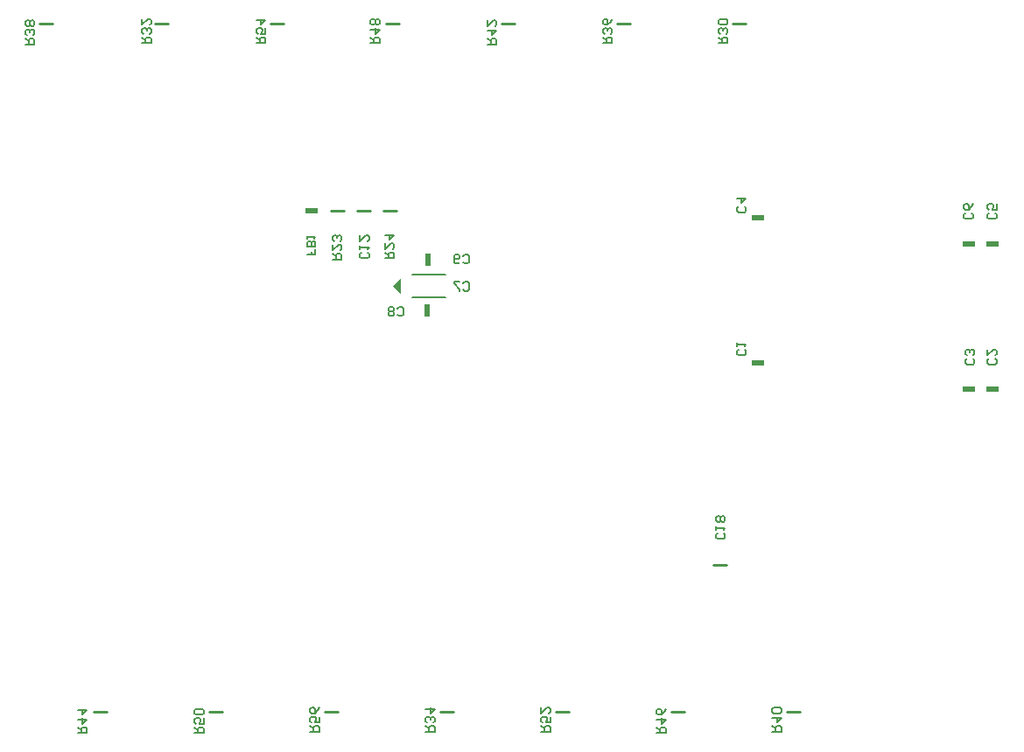
<source format=gbo>
%FSLAX23Y23*%
%MOIN*%
G70*
G01*
G75*
G04 Layer_Color=32896*
%ADD10R,0.060X0.056*%
%ADD11R,0.018X0.071*%
%ADD12R,0.071X0.018*%
%ADD13R,0.059X0.059*%
%ADD14R,0.063X0.026*%
%ADD15R,0.059X0.059*%
%ADD16R,0.039X0.118*%
%ADD17R,0.056X0.060*%
%ADD18R,0.081X0.024*%
%ADD19C,0.020*%
%ADD20C,0.015*%
%ADD21C,0.050*%
%ADD22C,0.040*%
%ADD23C,0.030*%
%ADD24R,0.055X0.165*%
%ADD25R,0.165X0.055*%
%ADD26R,0.150X0.050*%
%ADD27C,0.070*%
%ADD28R,0.070X0.070*%
%ADD29R,0.070X0.070*%
%ADD30C,0.100*%
%ADD31R,0.100X0.100*%
%ADD32C,0.295*%
%ADD33C,0.085*%
%ADD34C,0.050*%
%ADD35R,0.063X0.063*%
%ADD36C,0.100*%
%ADD37C,0.080*%
%ADD38C,0.010*%
%ADD39C,0.005*%
%ADD40C,0.008*%
%ADD41C,0.007*%
%ADD42R,0.020X0.050*%
%ADD43R,0.022X0.022*%
%ADD44R,0.018X0.022*%
%ADD45R,0.036X0.064*%
%ADD46R,0.080X0.065*%
%ADD47R,0.306X0.056*%
%ADD48R,0.050X0.020*%
%ADD49R,0.040X0.036*%
%ADD50R,0.039X0.039*%
%ADD51R,0.043X0.006*%
%ADD52R,0.039X0.039*%
%ADD53R,0.019X0.098*%
%ADD54R,0.036X0.040*%
%ADD55R,0.061X0.004*%
%ADD56R,0.050X0.050*%
%ADD57R,0.050X0.050*%
%ADD58C,0.080*%
%ADD59R,0.080X0.080*%
%ADD60C,0.275*%
%ADD61C,0.065*%
%ADD62C,0.030*%
%ADD63R,0.043X0.043*%
G36*
X9681Y7784D02*
X9650Y7815D01*
X9681Y7846D01*
Y7784D01*
D02*
G37*
D38*
X10870Y6750D02*
X10920D01*
X9615Y8100D02*
X9665D01*
X9515D02*
X9565D01*
X9415D02*
X9465D01*
X8510Y6190D02*
X8560D01*
X8950D02*
X9000D01*
X9390D02*
X9440D01*
X9830D02*
X9880D01*
X10270D02*
X10320D01*
X10710D02*
X10760D01*
X11150D02*
X11200D01*
X8305Y8815D02*
X8355D01*
X8745D02*
X8795D01*
X9185D02*
X9235D01*
X9625D02*
X9675D01*
X10065D02*
X10115D01*
X10505D02*
X10555D01*
X10945D02*
X10995D01*
D39*
X9723Y7772D02*
X9851D01*
X9723Y7858D02*
X9851D01*
D41*
X10909Y6873D02*
X10915Y6867D01*
Y6856D01*
X10909Y6850D01*
X10886D01*
X10880Y6856D01*
Y6867D01*
X10886Y6873D01*
X10880Y6885D02*
Y6897D01*
Y6891D01*
X10915D01*
X10909Y6885D01*
Y6914D02*
X10915Y6920D01*
Y6932D01*
X10909Y6937D01*
X10903D01*
X10897Y6932D01*
X10892Y6937D01*
X10886D01*
X10880Y6932D01*
Y6920D01*
X10886Y6914D01*
X10892D01*
X10897Y6920D01*
X10903Y6914D01*
X10909D01*
X10897Y6920D02*
Y6932D01*
X11854Y8093D02*
X11860Y8087D01*
Y8076D01*
X11854Y8070D01*
X11831D01*
X11825Y8076D01*
Y8087D01*
X11831Y8093D01*
X11860Y8128D02*
X11854Y8117D01*
X11842Y8105D01*
X11831D01*
X11825Y8111D01*
Y8122D01*
X11831Y8128D01*
X11837D01*
X11842Y8122D01*
Y8105D01*
X11944Y8093D02*
X11950Y8087D01*
Y8076D01*
X11944Y8070D01*
X11921D01*
X11915Y8076D01*
Y8087D01*
X11921Y8093D01*
X11950Y8128D02*
Y8105D01*
X11932D01*
X11938Y8117D01*
Y8122D01*
X11932Y8128D01*
X11921D01*
X11915Y8122D01*
Y8111D01*
X11921Y8105D01*
X11859Y7538D02*
X11865Y7532D01*
Y7521D01*
X11859Y7515D01*
X11836D01*
X11830Y7521D01*
Y7532D01*
X11836Y7538D01*
X11859Y7550D02*
X11865Y7556D01*
Y7567D01*
X11859Y7573D01*
X11853D01*
X11847Y7567D01*
Y7562D01*
Y7567D01*
X11842Y7573D01*
X11836D01*
X11830Y7567D01*
Y7556D01*
X11836Y7550D01*
X11944Y7538D02*
X11950Y7532D01*
Y7521D01*
X11944Y7515D01*
X11921D01*
X11915Y7521D01*
Y7532D01*
X11921Y7538D01*
X11915Y7573D02*
Y7550D01*
X11938Y7573D01*
X11944D01*
X11950Y7567D01*
Y7556D01*
X11944Y7550D01*
X10989Y7573D02*
X10995Y7567D01*
Y7556D01*
X10989Y7550D01*
X10966D01*
X10960Y7556D01*
Y7567D01*
X10966Y7573D01*
X10960Y7585D02*
Y7597D01*
Y7591D01*
X10995D01*
X10989Y7585D01*
Y8118D02*
X10995Y8112D01*
Y8101D01*
X10989Y8095D01*
X10966D01*
X10960Y8101D01*
Y8112D01*
X10966Y8118D01*
X10960Y8147D02*
X10995D01*
X10977Y8130D01*
Y8153D01*
X9667Y7729D02*
X9673Y7735D01*
X9684D01*
X9690Y7729D01*
Y7706D01*
X9684Y7700D01*
X9673D01*
X9667Y7706D01*
X9655Y7729D02*
X9649Y7735D01*
X9638D01*
X9632Y7729D01*
Y7723D01*
X9638Y7717D01*
X9632Y7712D01*
Y7706D01*
X9638Y7700D01*
X9649D01*
X9655Y7706D01*
Y7712D01*
X9649Y7717D01*
X9655Y7723D01*
Y7729D01*
X9649Y7717D02*
X9638D01*
X9917Y7824D02*
X9923Y7830D01*
X9934D01*
X9940Y7824D01*
Y7801D01*
X9934Y7795D01*
X9923D01*
X9917Y7801D01*
X9905Y7830D02*
X9882D01*
Y7824D01*
X9905Y7801D01*
Y7795D01*
X9917Y7929D02*
X9923Y7935D01*
X9934D01*
X9940Y7929D01*
Y7906D01*
X9934Y7900D01*
X9923D01*
X9917Y7906D01*
X9905D02*
X9899Y7900D01*
X9888D01*
X9882Y7906D01*
Y7929D01*
X9888Y7935D01*
X9899D01*
X9905Y7929D01*
Y7923D01*
X9899Y7917D01*
X9882D01*
X9620Y7920D02*
X9655D01*
Y7937D01*
X9649Y7943D01*
X9637D01*
X9632Y7937D01*
Y7920D01*
Y7932D02*
X9620Y7943D01*
Y7978D02*
Y7955D01*
X9643Y7978D01*
X9649D01*
X9655Y7972D01*
Y7961D01*
X9649Y7955D01*
X9620Y8007D02*
X9655D01*
X9637Y7990D01*
Y8013D01*
X9554Y7943D02*
X9560Y7937D01*
Y7926D01*
X9554Y7920D01*
X9531D01*
X9525Y7926D01*
Y7937D01*
X9531Y7943D01*
X9525Y7955D02*
Y7967D01*
Y7961D01*
X9560D01*
X9554Y7955D01*
X9525Y8007D02*
Y7984D01*
X9548Y8007D01*
X9554D01*
X9560Y8002D01*
Y7990D01*
X9554Y7984D01*
X9420Y7915D02*
X9455D01*
Y7932D01*
X9449Y7938D01*
X9437D01*
X9432Y7932D01*
Y7915D01*
Y7927D02*
X9420Y7938D01*
Y7973D02*
Y7950D01*
X9443Y7973D01*
X9449D01*
X9455Y7967D01*
Y7956D01*
X9449Y7950D01*
Y7985D02*
X9455Y7991D01*
Y8002D01*
X9449Y8008D01*
X9443D01*
X9437Y8002D01*
Y7997D01*
Y8002D01*
X9432Y8008D01*
X9426D01*
X9420Y8002D01*
Y7991D01*
X9426Y7985D01*
X9355Y7955D02*
Y7935D01*
X9340D01*
Y7945D01*
Y7935D01*
X9325D01*
X9355Y7965D02*
X9325D01*
Y7980D01*
X9330Y7985D01*
X9335D01*
X9340Y7980D01*
Y7965D01*
Y7980D01*
X9345Y7985D01*
X9350D01*
X9355Y7980D01*
Y7965D01*
X9325Y7995D02*
Y8005D01*
Y8000D01*
X9355D01*
X9350Y7995D01*
X8450Y6110D02*
X8485D01*
Y6127D01*
X8479Y6133D01*
X8467D01*
X8462Y6127D01*
Y6110D01*
Y6122D02*
X8450Y6133D01*
Y6162D02*
X8485D01*
X8467Y6145D01*
Y6168D01*
X8450Y6197D02*
X8485D01*
X8467Y6180D01*
Y6203D01*
X8895Y6110D02*
X8930D01*
Y6127D01*
X8924Y6133D01*
X8912D01*
X8907Y6127D01*
Y6110D01*
Y6122D02*
X8895Y6133D01*
X8930Y6168D02*
Y6145D01*
X8912D01*
X8918Y6157D01*
Y6162D01*
X8912Y6168D01*
X8901D01*
X8895Y6162D01*
Y6151D01*
X8901Y6145D01*
X8924Y6180D02*
X8930Y6186D01*
Y6197D01*
X8924Y6203D01*
X8901D01*
X8895Y6197D01*
Y6186D01*
X8901Y6180D01*
X8924D01*
X9335Y6115D02*
X9370D01*
Y6132D01*
X9364Y6138D01*
X9352D01*
X9347Y6132D01*
Y6115D01*
Y6127D02*
X9335Y6138D01*
X9370Y6173D02*
Y6150D01*
X9352D01*
X9358Y6162D01*
Y6167D01*
X9352Y6173D01*
X9341D01*
X9335Y6167D01*
Y6156D01*
X9341Y6150D01*
X9370Y6208D02*
X9364Y6197D01*
X9352Y6185D01*
X9341D01*
X9335Y6191D01*
Y6202D01*
X9341Y6208D01*
X9347D01*
X9352Y6202D01*
Y6185D01*
X9775Y6115D02*
X9810D01*
Y6132D01*
X9804Y6138D01*
X9792D01*
X9787Y6132D01*
Y6115D01*
Y6127D02*
X9775Y6138D01*
X9804Y6150D02*
X9810Y6156D01*
Y6167D01*
X9804Y6173D01*
X9798D01*
X9792Y6167D01*
Y6162D01*
Y6167D01*
X9787Y6173D01*
X9781D01*
X9775Y6167D01*
Y6156D01*
X9781Y6150D01*
X9775Y6202D02*
X9810D01*
X9792Y6185D01*
Y6208D01*
X10215Y6115D02*
X10250D01*
Y6132D01*
X10244Y6138D01*
X10232D01*
X10227Y6132D01*
Y6115D01*
Y6127D02*
X10215Y6138D01*
X10250Y6173D02*
Y6150D01*
X10232D01*
X10238Y6162D01*
Y6167D01*
X10232Y6173D01*
X10221D01*
X10215Y6167D01*
Y6156D01*
X10221Y6150D01*
X10215Y6208D02*
Y6185D01*
X10238Y6208D01*
X10244D01*
X10250Y6202D01*
Y6191D01*
X10244Y6185D01*
X10655Y6110D02*
X10690D01*
Y6127D01*
X10684Y6133D01*
X10672D01*
X10667Y6127D01*
Y6110D01*
Y6122D02*
X10655Y6133D01*
Y6162D02*
X10690D01*
X10672Y6145D01*
Y6168D01*
X10690Y6203D02*
X10684Y6192D01*
X10672Y6180D01*
X10661D01*
X10655Y6186D01*
Y6197D01*
X10661Y6203D01*
X10667D01*
X10672Y6197D01*
Y6180D01*
X11095Y6115D02*
X11130D01*
Y6132D01*
X11124Y6138D01*
X11112D01*
X11107Y6132D01*
Y6115D01*
Y6127D02*
X11095Y6138D01*
Y6167D02*
X11130D01*
X11112Y6150D01*
Y6173D01*
X11124Y6185D02*
X11130Y6191D01*
Y6202D01*
X11124Y6208D01*
X11101D01*
X11095Y6202D01*
Y6191D01*
X11101Y6185D01*
X11124D01*
X8250Y8735D02*
X8285D01*
Y8752D01*
X8279Y8758D01*
X8267D01*
X8262Y8752D01*
Y8735D01*
Y8747D02*
X8250Y8758D01*
X8279Y8770D02*
X8285Y8776D01*
Y8787D01*
X8279Y8793D01*
X8273D01*
X8267Y8787D01*
Y8782D01*
Y8787D01*
X8262Y8793D01*
X8256D01*
X8250Y8787D01*
Y8776D01*
X8256Y8770D01*
X8279Y8805D02*
X8285Y8811D01*
Y8822D01*
X8279Y8828D01*
X8273D01*
X8267Y8822D01*
X8262Y8828D01*
X8256D01*
X8250Y8822D01*
Y8811D01*
X8256Y8805D01*
X8262D01*
X8267Y8811D01*
X8273Y8805D01*
X8279D01*
X8267Y8811D02*
Y8822D01*
X8695Y8740D02*
X8730D01*
Y8757D01*
X8724Y8763D01*
X8712D01*
X8707Y8757D01*
Y8740D01*
Y8752D02*
X8695Y8763D01*
X8724Y8775D02*
X8730Y8781D01*
Y8792D01*
X8724Y8798D01*
X8718D01*
X8712Y8792D01*
Y8787D01*
Y8792D01*
X8707Y8798D01*
X8701D01*
X8695Y8792D01*
Y8781D01*
X8701Y8775D01*
X8695Y8833D02*
Y8810D01*
X8718Y8833D01*
X8724D01*
X8730Y8827D01*
Y8816D01*
X8724Y8810D01*
X9130Y8740D02*
X9165D01*
Y8757D01*
X9159Y8763D01*
X9147D01*
X9142Y8757D01*
Y8740D01*
Y8752D02*
X9130Y8763D01*
X9165Y8798D02*
Y8775D01*
X9147D01*
X9153Y8787D01*
Y8792D01*
X9147Y8798D01*
X9136D01*
X9130Y8792D01*
Y8781D01*
X9136Y8775D01*
X9130Y8827D02*
X9165D01*
X9147Y8810D01*
Y8833D01*
X9565Y8740D02*
X9600D01*
Y8757D01*
X9594Y8763D01*
X9582D01*
X9577Y8757D01*
Y8740D01*
Y8752D02*
X9565Y8763D01*
Y8792D02*
X9600D01*
X9582Y8775D01*
Y8798D01*
X9594Y8810D02*
X9600Y8816D01*
Y8827D01*
X9594Y8833D01*
X9588D01*
X9582Y8827D01*
X9577Y8833D01*
X9571D01*
X9565Y8827D01*
Y8816D01*
X9571Y8810D01*
X9577D01*
X9582Y8816D01*
X9588Y8810D01*
X9594D01*
X9582Y8816D02*
Y8827D01*
X10010Y8735D02*
X10045D01*
Y8752D01*
X10039Y8758D01*
X10027D01*
X10022Y8752D01*
Y8735D01*
Y8747D02*
X10010Y8758D01*
Y8787D02*
X10045D01*
X10027Y8770D01*
Y8793D01*
X10010Y8828D02*
Y8805D01*
X10033Y8828D01*
X10039D01*
X10045Y8822D01*
Y8811D01*
X10039Y8805D01*
X10450Y8740D02*
X10485D01*
Y8757D01*
X10479Y8763D01*
X10467D01*
X10462Y8757D01*
Y8740D01*
Y8752D02*
X10450Y8763D01*
X10479Y8775D02*
X10485Y8781D01*
Y8792D01*
X10479Y8798D01*
X10473D01*
X10467Y8792D01*
Y8787D01*
Y8792D01*
X10462Y8798D01*
X10456D01*
X10450Y8792D01*
Y8781D01*
X10456Y8775D01*
X10485Y8833D02*
X10479Y8822D01*
X10467Y8810D01*
X10456D01*
X10450Y8816D01*
Y8827D01*
X10456Y8833D01*
X10462D01*
X10467Y8827D01*
Y8810D01*
X10890Y8740D02*
X10925D01*
Y8757D01*
X10919Y8763D01*
X10907D01*
X10902Y8757D01*
Y8740D01*
Y8752D02*
X10890Y8763D01*
X10919Y8775D02*
X10925Y8781D01*
Y8792D01*
X10919Y8798D01*
X10913D01*
X10907Y8792D01*
Y8787D01*
Y8792D01*
X10902Y8798D01*
X10896D01*
X10890Y8792D01*
Y8781D01*
X10896Y8775D01*
X10919Y8810D02*
X10925Y8816D01*
Y8827D01*
X10919Y8833D01*
X10896D01*
X10890Y8827D01*
Y8816D01*
X10896Y8810D01*
X10919D01*
D42*
X9780Y7720D02*
D03*
X9785Y7915D02*
D03*
D48*
X11845Y7975D02*
D03*
X11935D02*
D03*
X11845Y7420D02*
D03*
X11935D02*
D03*
X11040Y7520D02*
D03*
Y8075D02*
D03*
X9340Y8100D02*
D03*
M02*

</source>
